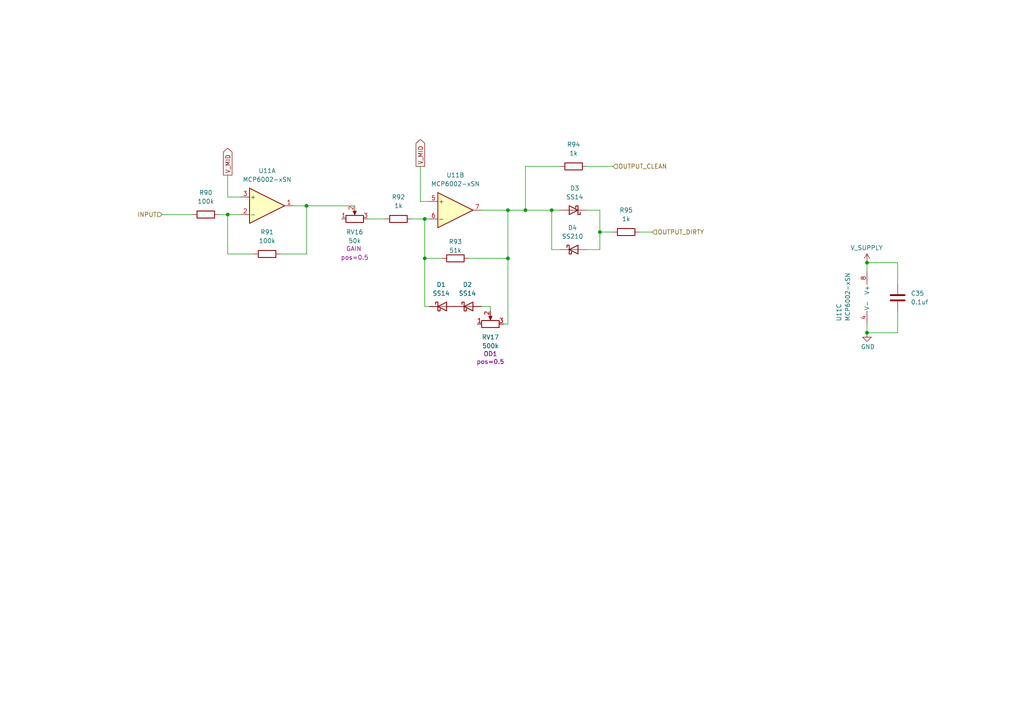
<source format=kicad_sch>
(kicad_sch (version 20250114) (generator "eeschema") (generator_version "9.0")
  (paper "A4")
  (lib_symbols
    (symbol "Amplifier_Operational:MCP6002-xSN" (pin_names (offset 0.127))
      (property "Reference" "U" (at 0 5.08 0))
      (property "Value" "MCP6002-xSN" (at 0 -5.08 0))
      (symbol "MCP6002-xSN_1_1"
        (polyline (pts (xy -5.08 5.08) (xy 5.08 0) (xy -5.08 -5.08) (xy -5.08 5.08)) (stroke (width 0.254)) (fill (type background)))
        (pin input line (at -7.62 2.54 0) (length 2.54) (name "+") (number "3"))
        (pin input line (at -7.62 -2.54 0) (length 2.54) (name "-") (number "2"))
        (pin output line (at 7.62 0 180) (length 2.54) (name "~") (number "1"))
      )
      (symbol "MCP6002-xSN_2_1"
        (polyline (pts (xy -5.08 5.08) (xy 5.08 0) (xy -5.08 -5.08) (xy -5.08 5.08)) (stroke (width 0.254)) (fill (type background)))
        (pin input line (at -7.62 2.54 0) (length 2.54) (name "+") (number "5"))
        (pin input line (at -7.62 -2.54 0) (length 2.54) (name "-") (number "6"))
        (pin output line (at 7.62 0 180) (length 2.54) (name "~") (number "7"))
      )
      (symbol "MCP6002-xSN_3_1"
        (pin power_in line (at -2.54 7.62 270) (length 3.81) (name "V+") (number "8"))
        (pin power_in line (at -2.54 -7.62 90) (length 3.81) (name "V-") (number "4"))
      )
    )
    (symbol "Device:C" (pin_numbers (hide yes)) (pin_names (offset 0.254))
      (property "Reference" "C" (at 0.635 2.54 0))
      (property "Value" "C" (at 0.635 -2.54 0))
      (symbol "C_0_1"
        (polyline (pts (xy -2.032 0.762) (xy 2.032 0.762)) (stroke (width 0.508)))
        (polyline (pts (xy -2.032 -0.762) (xy 2.032 -0.762)) (stroke (width 0.508)))
      )
      (symbol "C_1_1"
        (pin passive line (at 0 3.81 270) (length 2.794) (name "~") (number "1"))
        (pin passive line (at 0 -3.81 90) (length 2.794) (name "~") (number "2"))
      )
    )
    (symbol "Device:R" (pin_numbers (hide yes)) (pin_names (offset 0))
      (property "Reference" "R" (at 2.032 0 90))
      (property "Value" "R" (at 0 0 90))
      (symbol "R_0_1"
        (rectangle (start -1.016 -2.54) (end 1.016 2.54) (stroke (width 0.254)))
      )
      (symbol "R_1_1"
        (pin passive line (at 0 3.81 270) (length 1.27) (name "~") (number "1"))
        (pin passive line (at 0 -3.81 90) (length 1.27) (name "~") (number "2"))
      )
    )
    (symbol "Device:R_Potentiometer" (pin_names (offset 1.016) (hide yes))
      (property "Reference" "RV" (at -4.445 0 90))
      (property "Value" "R_Potentiometer" (at -2.54 0 90))
      (symbol "R_Potentiometer_0_1"
        (rectangle (start 1.016 2.54) (end -1.016 -2.54) (stroke (width 0.254)))
        (polyline (pts (xy 1.143 0) (xy 2.286 0.508) (xy 2.286 -0.508) (xy 1.143 0)) (fill (type outline)))
        (polyline (pts (xy 2.54 0) (xy 1.524 0)))
      )
      (symbol "R_Potentiometer_1_1"
        (pin passive line (at 0 3.81 270) (length 1.27) (name "1") (number "1"))
        (pin passive line (at 0 -3.81 90) (length 1.27) (name "3") (number "3"))
        (pin passive line (at 3.81 0 180) (length 1.27) (name "2") (number "2"))
      )
    )
    (symbol "Diode:SS14" (pin_numbers (hide yes)) (pin_names (offset 1.016) (hide yes))
      (property "Reference" "D" (at 0 2.54 0))
      (property "Value" "SS14" (at 0 -2.54 0))
      (symbol "SS14_0_1"
        (polyline (pts (xy -1.905 0.635) (xy -1.905 1.27) (xy -1.27 1.27) (xy -1.27 -1.27) (xy -0.635 -1.27) (xy -0.635 -0.635)) (stroke (width 0.254)))
        (polyline (pts (xy 1.27 1.27) (xy 1.27 -1.27) (xy -1.27 0) (xy 1.27 1.27)) (stroke (width 0.254)))
        (polyline (pts (xy 1.27 0) (xy -1.27 0)))
      )
      (symbol "SS14_1_1"
        (pin passive line (at -3.81 0 0) (length 2.54) (name "K") (number "1"))
        (pin passive line (at 3.81 0 180) (length 2.54) (name "A") (number "2"))
      )
    )
    (symbol "Diode:SS210" (pin_numbers (hide yes)) (pin_names (offset 1.016) (hide yes))
      (property "Reference" "D" (at 0 2.54 0))
      (property "Value" "SS210" (at 0 -2.54 0))
      (symbol "SS210_0_1"
        (polyline (pts (xy -1.905 0.635) (xy -1.905 1.27) (xy -1.27 1.27) (xy -1.27 -1.27) (xy -0.635 -1.27) (xy -0.635 -0.635)) (stroke (width 0.254)))
        (polyline (pts (xy 1.27 1.27) (xy 1.27 -1.27) (xy -1.27 0) (xy 1.27 1.27)) (stroke (width 0.254)))
        (polyline (pts (xy 1.27 0) (xy -1.27 0)))
      )
      (symbol "SS210_1_1"
        (pin passive line (at -3.81 0 0) (length 2.54) (name "K") (number "1"))
        (pin passive line (at 3.81 0 180) (length 2.54) (name "A") (number "2"))
      )
    )
    (symbol "power:+5V" (power) (pin_numbers (hide yes)) (pin_names (offset 0) (hide yes))
      (property "Value" "+5V" (at 0 3.556 0))
      (symbol "+5V_0_1"
        (polyline (pts (xy -0.762 1.27) (xy 0 2.54)))
        (polyline (pts (xy 0 2.54) (xy 0.762 1.27)))
        (polyline (pts (xy 0 0) (xy 0 2.54)))
      )
      (symbol "+5V_1_1"
        (pin power_in line (at 0 0 90) (length 0) (name "~") (number "1"))
      )
    )
    (symbol "power:GND" (power) (pin_numbers (hide yes)) (pin_names (offset 0) (hide yes))
      (property "Value" "GND" (at 0 -3.81 0))
      (symbol "GND_0_1"
        (polyline (pts (xy 0 0) (xy 0 -1.27) (xy 1.27 -1.27) (xy 0 -2.54) (xy -1.27 -1.27) (xy 0 -1.27)))
      )
      (symbol "GND_1_1"
        (pin power_in line (at 0 0 270) (length 0) (name "~") (number "1"))
      )
    )
  )
  (junction (at 66.04 62.23))
  (junction (at 147.32 74.93))
  (junction (at 152.4 60.96))
  (junction (at 123.19 63.5))
  (junction (at 160.02 60.96))
  (junction (at 173.99 67.31))
  (junction (at 88.9 59.69))
  (junction (at 147.32 60.96))
  (junction (at 123.19 74.93))
  (junction (at 251.46 76.2))
  (junction (at 251.46 96.52))
  (wire (pts (xy 147.32 74.93) (xy 135.89 74.93)))
  (wire (pts (xy 160.02 60.96) (xy 162.56 60.96)))
  (wire (pts (xy 139.7 88.9) (xy 142.24 88.9)))
  (wire (pts (xy 124.46 88.9) (xy 123.19 88.9)))
  (wire (pts (xy 121.92 48.26) (xy 121.92 58.42)))
  (wire (pts (xy 173.99 67.31) (xy 177.8 67.31)))
  (wire (pts (xy 106.68 63.5) (xy 111.76 63.5)))
  (wire (pts (xy 69.85 57.15) (xy 66.04 57.15)))
  (wire (pts (xy 85.09 59.69) (xy 88.9 59.69)))
  (wire (pts (xy 260.35 90.17) (xy 260.35 96.52)))
  (wire (pts (xy 173.99 60.96) (xy 173.99 67.31)))
  (wire (pts (xy 251.46 76.2) (xy 251.46 78.74)))
  (wire (pts (xy 142.24 88.9) (xy 142.24 90.17)))
  (wire (pts (xy 88.9 59.69) (xy 102.87 59.69)))
  (wire (pts (xy 123.19 88.9) (xy 123.19 74.93)))
  (wire (pts (xy 173.99 67.31) (xy 173.99 72.39)))
  (wire (pts (xy 146.05 93.98) (xy 147.32 93.98)))
  (wire (pts (xy 46.99 62.23) (xy 55.88 62.23)))
  (wire (pts (xy 147.32 74.93) (xy 147.32 93.98)))
  (wire (pts (xy 152.4 48.26) (xy 152.4 60.96)))
  (wire (pts (xy 152.4 60.96) (xy 147.32 60.96)))
  (wire (pts (xy 160.02 72.39) (xy 160.02 60.96)))
  (wire (pts (xy 173.99 72.39) (xy 170.18 72.39)))
  (wire (pts (xy 63.5 62.23) (xy 66.04 62.23)))
  (wire (pts (xy 88.9 59.69) (xy 88.9 73.66)))
  (wire (pts (xy 251.46 96.52) (xy 251.46 93.98)))
  (wire (pts (xy 152.4 48.26) (xy 162.56 48.26)))
  (wire (pts (xy 162.56 72.39) (xy 160.02 72.39)))
  (wire (pts (xy 123.19 74.93) (xy 123.19 63.5)))
  (wire (pts (xy 139.7 60.96) (xy 147.32 60.96)))
  (wire (pts (xy 260.35 82.55) (xy 260.35 76.2)))
  (wire (pts (xy 66.04 73.66) (xy 66.04 62.23)))
  (wire (pts (xy 66.04 73.66) (xy 73.66 73.66)))
  (wire (pts (xy 260.35 96.52) (xy 251.46 96.52)))
  (wire (pts (xy 119.38 63.5) (xy 123.19 63.5)))
  (wire (pts (xy 152.4 60.96) (xy 160.02 60.96)))
  (wire (pts (xy 147.32 60.96) (xy 147.32 74.93)))
  (wire (pts (xy 66.04 57.15) (xy 66.04 50.8)))
  (wire (pts (xy 128.27 74.93) (xy 123.19 74.93)))
  (wire (pts (xy 81.28 73.66) (xy 88.9 73.66)))
  (wire (pts (xy 121.92 58.42) (xy 124.46 58.42)))
  (wire (pts (xy 260.35 76.2) (xy 251.46 76.2)))
  (wire (pts (xy 189.23 67.31) (xy 185.42 67.31)))
  (wire (pts (xy 170.18 60.96) (xy 173.99 60.96)))
  (wire (pts (xy 123.19 63.5) (xy 124.46 63.5)))
  (wire (pts (xy 170.18 48.26) (xy 177.8 48.26)))
  (wire (pts (xy 66.04 62.23) (xy 69.85 62.23)))
  (global_label "V_MID" (shape output) (at 66.04 50.8 90) (property "Intersheetrefs" "${INTERSHEET_REFS}" (effects (hide yes))))
  (global_label "V_MID" (shape output) (at 121.92 48.26 90) (property "Intersheetrefs" "${INTERSHEET_REFS}" (effects (hide yes))))
  (hierarchical_label "OUTPUT_DIRTY" (shape input) (at 189.23 67.31 0))
  (hierarchical_label "OUTPUT_CLEAN" (shape input) (at 177.8 48.26 0))
  (hierarchical_label "INPUT" (shape input) (at 46.99 62.23 180))
  (symbol (lib_id "Amplifier_Operational:MCP6002-xSN") (at 77.47 59.69 0) (unit 1)
    (property "Reference" "U11" (at 77.47 49.53 0))
    (property "Value" "MCP6002-xSN" (at 77.47 52.07 0))
    (property "Footprint" "Package_SO:SOIC-8-1EP_3.9x4.9mm_P1.27mm_EP2.29x3mm" (effects (hide yes)))
    (property "Datasheet" "http://ww1.microchip.com/downloads/en/DeviceDoc/21733j.pdf" (effects (hide yes)))
    (property "Description" "1MHz, Low-Power Op Amp, SOIC-8" (effects (hide yes)))
    (property "Sim.Library" "${KICAD8_SYMBOL_DIR}/Simulation_SPICE.sp" (effects (hide yes)))
    (property "Sim.Name" "kicad_builtin_opamp_dual" (effects (hide yes)))
    (property "Sim.Device" "SUBCKT" (effects (hide yes)))
    (property "Sim.Pins" "1=out1 2=in1- 3=in1+ 4=vee 5=in2+ 6=in2- 7=out2 8=vcc" (effects (hide yes)))
  )
  (symbol (lib_id "Diode:SS14") (at 128.27 88.9 0) (unit 1)
    (property "Reference" "D1" (at 127.9525 82.55 0))
    (property "Value" "SS14" (at 127.9525 85.09 0))
    (property "Footprint" "Diode_SMD:D_SMA" (effects (hide yes)))
    (property "Datasheet" "https://www.vishay.com/docs/88746/ss12.pdf" (effects (hide yes)))
    (property "Description" "40V 1A Schottky Diode, SMA" (effects (hide yes)))
    (property "Sim.Device" "D" (effects (hide yes)))
    (property "Sim.Pins" "1=K 2=A" (effects (hide yes)))
  )
  (symbol (lib_id "power:+5V") (at 251.46 76.2 0) (unit 1)
    (property "Reference" "#PWR037" (effects (hide yes)))
    (property "Value" "V_SUPPLY" (at 246.634 71.882 0) (effects (justify left)))
    (property "Description" "Power symbol creates a global label with name \"+5V\"" (effects (hide yes)))
  )
  (symbol (lib_id "Device:C") (at 260.35 86.36 0) (unit 1)
    (property "Reference" "C35" (at 264.16 85.0899 0) (effects (justify left)))
    (property "Value" "0.1uf" (at 264.16 87.6299 0) (effects (justify left)))
    (property "Footprint" "Capacitor_SMD:C_0402_1005Metric" (effects (hide yes)))
    (property "Description" "Unpolarized capacitor" (effects (hide yes)))
  )
  (symbol (lib_id "Amplifier_Operational:MCP6002-xSN") (at 132.08 60.96 0) (unit 2)
    (property "Reference" "U11" (at 132.08 50.8 0))
    (property "Value" "MCP6002-xSN" (at 132.08 53.34 0))
    (property "Footprint" "Package_SO:SOIC-8-1EP_3.9x4.9mm_P1.27mm_EP2.29x3mm" (effects (hide yes)))
    (property "Datasheet" "http://ww1.microchip.com/downloads/en/DeviceDoc/21733j.pdf" (effects (hide yes)))
    (property "Description" "1MHz, Low-Power Op Amp, SOIC-8" (effects (hide yes)))
    (property "Sim.Library" "${KICAD8_SYMBOL_DIR}/Simulation_SPICE.sp" (effects (hide yes)))
    (property "Sim.Name" "kicad_builtin_opamp_dual" (effects (hide yes)))
    (property "Sim.Device" "SUBCKT" (effects (hide yes)))
    (property "Sim.Pins" "1=out1 2=in1- 3=in1+ 4=vee 5=in2+ 6=in2- 7=out2 8=vcc" (effects (hide yes)))
  )
  (symbol (lib_id "Device:R") (at 166.37 48.26 90) (unit 1)
    (property "Reference" "R94" (at 166.37 41.91 90))
    (property "Value" "1k" (at 166.37 44.45 90))
    (property "Footprint" "Resistor_SMD:R_0402_1005Metric" (effects (hide yes)))
    (property "Description" "Resistor" (effects (hide yes)))
  )
  (symbol (lib_id "Device:R") (at 181.61 67.31 90) (unit 1)
    (property "Reference" "R95" (at 181.61 60.96 90))
    (property "Value" "1k" (at 181.61 63.5 90))
    (property "Footprint" "Resistor_SMD:R_0402_1005Metric" (effects (hide yes)))
    (property "Description" "Resistor" (effects (hide yes)))
  )
  (symbol (lib_id "Diode:SS14") (at 135.89 88.9 0) (unit 1)
    (property "Reference" "D2" (at 135.5725 82.55 0))
    (property "Value" "SS14" (at 135.5725 85.09 0))
    (property "Footprint" "Diode_SMD:D_SMA" (effects (hide yes)))
    (property "Datasheet" "https://www.vishay.com/docs/88746/ss12.pdf" (effects (hide yes)))
    (property "Description" "40V 1A Schottky Diode, SMA" (effects (hide yes)))
    (property "Sim.Device" "D" (effects (hide yes)))
    (property "Sim.Pins" "1=K 2=A" (effects (hide yes)))
  )
  (symbol (lib_id "Device:R") (at 132.08 74.93 90) (unit 1)
    (property "Reference" "R93" (at 132.08 70.104 90))
    (property "Value" "51k" (at 132.08 72.644 90))
    (property "Footprint" "Resistor_SMD:R_0402_1005Metric" (effects (hide yes)))
    (property "Description" "Resistor" (effects (hide yes)))
  )
  (symbol (lib_id "Device:R") (at 115.57 63.5 90) (unit 1)
    (property "Reference" "R92" (at 115.57 57.15 90))
    (property "Value" "1k" (at 115.57 59.69 90))
    (property "Footprint" "Resistor_SMD:R_0402_1005Metric" (effects (hide yes)))
    (property "Description" "Resistor" (effects (hide yes)))
  )
  (symbol (lib_id "power:GND") (at 251.46 96.52 0) (unit 1)
    (property "Reference" "#PWR038" (effects (hide yes)))
    (property "Value" "GND" (at 251.714 100.584 0))
    (property "Description" "Power symbol creates a global label with name \"GND\" , ground" (effects (hide yes)))
  )
  (symbol (lib_id "Device:R") (at 59.69 62.23 90) (unit 1)
    (property "Reference" "R90" (at 59.69 55.88 90))
    (property "Value" "100k" (at 59.69 58.42 90))
    (property "Footprint" "Resistor_SMD:R_0402_1005Metric" (effects (hide yes)))
    (property "Description" "Resistor" (effects (hide yes)))
  )
  (symbol (lib_id "Device:R_Potentiometer") (at 142.24 93.98 90) (unit 1)
    (property "Reference" "RV17" (at 142.24 97.79 90))
    (property "Value" "500k" (at 142.24 100.33 90))
    (property "Footprint" "BreadModular_Pots:Potentiometer_RV09" (effects (hide yes)))
    (property "Description" "Potentiometer" (effects (hide yes)))
    (property "Comment" "OD1" (at 142.24 102.616 90))
    (property "Sim.Device" "R" (effects (hide yes)))
    (property "Sim.Type" "POT" (effects (hide yes)))
    (property "Sim.Pins" "1=r0 2=wiper 3=r1" (effects (hide yes)))
    (property "Sim.Params" "pos=0.5" (at 142.24 104.902 90))
  )
  (symbol (lib_id "Diode:SS210") (at 166.37 72.39 0) (unit 1)
    (property "Reference" "D4" (at 166.0525 66.04 0))
    (property "Value" "SS210" (at 166.0525 68.58 0))
    (property "Footprint" "Diode_SMD:D_SMA" (effects (hide yes)))
    (property "Datasheet" "https://www.wontop.com/uploadfiles/56/sort_excel/pdf/ss22.pdf" (effects (hide yes)))
    (property "Description" "100V 2A Schottky Diode, SMA" (effects (hide yes)))
    (property "Sim.Device" "D" (effects (hide yes)))
    (property "Sim.Pins" "1=K 2=A" (effects (hide yes)))
  )
  (symbol (lib_id "Amplifier_Operational:MCP6002-xSN") (at 254 86.36 0) (unit 3)
    (property "Reference" "U11" (at 243.332 93.218 90) (effects (justify left)))
    (property "Value" "MCP6002-xSN" (at 245.872 93.218 90) (effects (justify left)))
    (property "Footprint" "Package_SO:SOIC-8-1EP_3.9x4.9mm_P1.27mm_EP2.29x3mm" (effects (hide yes)))
    (property "Datasheet" "http://ww1.microchip.com/downloads/en/DeviceDoc/21733j.pdf" (effects (hide yes)))
    (property "Description" "1MHz, Low-Power Op Amp, SOIC-8" (effects (hide yes)))
    (property "Sim.Library" "${KICAD8_SYMBOL_DIR}/Simulation_SPICE.sp" (effects (hide yes)))
    (property "Sim.Name" "kicad_builtin_opamp_dual" (effects (hide yes)))
    (property "Sim.Device" "SUBCKT" (effects (hide yes)))
    (property "Sim.Pins" "1=out1 2=in1- 3=in1+ 4=vee 5=in2+ 6=in2- 7=out2 8=vcc" (effects (hide yes)))
  )
  (symbol (lib_id "Device:R") (at 77.47 73.66 90) (unit 1)
    (property "Reference" "R91" (at 77.47 67.31 90))
    (property "Value" "100k" (at 77.47 69.85 90))
    (property "Footprint" "Resistor_SMD:R_0402_1005Metric" (effects (hide yes)))
    (property "Description" "Resistor" (effects (hide yes)))
  )
  (symbol (lib_id "Diode:SS14") (at 166.37 60.96 180) (unit 1)
    (property "Reference" "D3" (at 166.6875 54.61 0))
    (property "Value" "SS14" (at 166.6875 57.15 0))
    (property "Footprint" "Diode_SMD:D_SMA" (effects (hide yes)))
    (property "Datasheet" "https://www.vishay.com/docs/88746/ss12.pdf" (effects (hide yes)))
    (property "Description" "40V 1A Schottky Diode, SMA" (effects (hide yes)))
    (property "Sim.Device" "D" (effects (hide yes)))
    (property "Sim.Pins" "1=K 2=A" (effects (hide yes)))
  )
  (symbol (lib_id "Device:R_Potentiometer") (at 102.87 63.5 90) (unit 1)
    (property "Reference" "RV16" (at 102.87 67.31 90))
    (property "Value" "50k" (at 102.87 69.85 90))
    (property "Footprint" "BreadModular_Pots:Potentiometer_RV09" (effects (hide yes)))
    (property "Description" "Potentiometer" (effects (hide yes)))
    (property "Comment" "GAIN" (at 102.616 72.136 90))
    (property "Sim.Device" "R" (effects (hide yes)))
    (property "Sim.Type" "POT" (effects (hide yes)))
    (property "Sim.Pins" "1=r0 2=wiper 3=r1" (effects (hide yes)))
    (property "Sim.Params" "pos=0.5" (at 102.87 74.676 90))
  )
)
</source>
